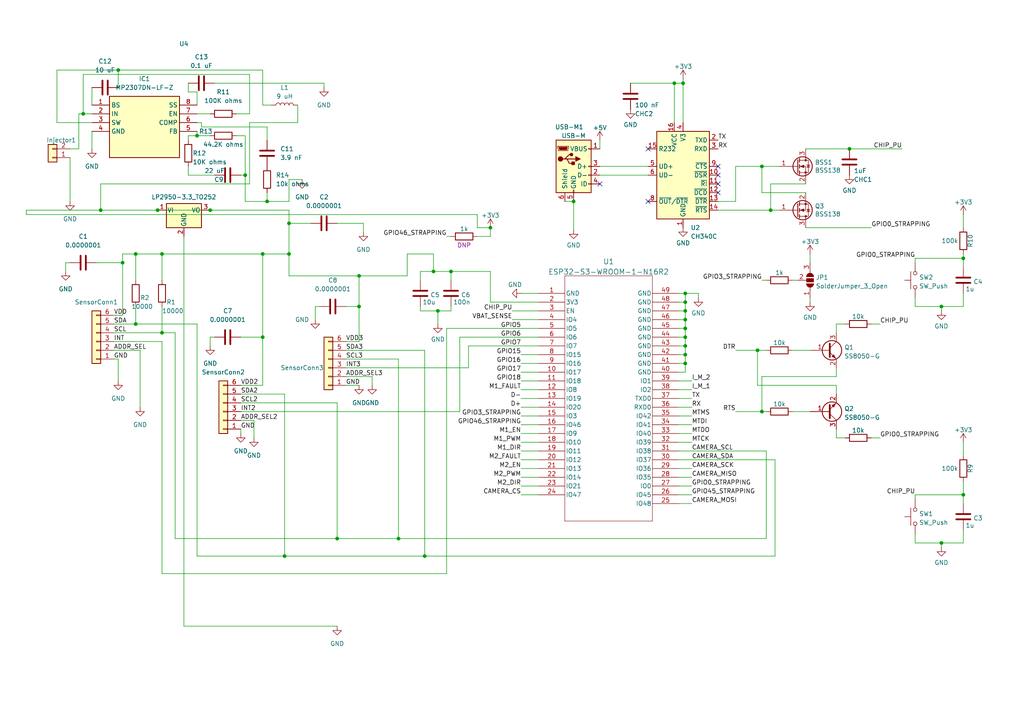
<source format=kicad_sch>
(kicad_sch (version 20230121) (generator eeschema)
  (paper "A4")
  (lib_symbols
    (symbol "Connector:USB_B_Micro" (pin_names (offset 1.016))
      (property "Reference" "J" (at -5.08 11.43 0))
      (property "Value" "USB_B_Micro" (at -5.08 8.89 0))
      (symbol "USB_B_Micro_1_1"
        (pin power_out line (at 7.62 5.08 180) (length 2.54) (name "VBUS") (number "1"))
        (pin bidirectional line (at 7.62 -2.54 180) (length 2.54) (name "D-") (number "2"))
        (pin bidirectional line (at 7.62 0 180) (length 2.54) (name "D+") (number "3"))
        (pin passive line (at 7.62 -5.08 180) (length 2.54) (name "ID") (number "4"))
        (pin power_out line (at 0 -10.16 90) (length 2.54) (name "GND") (number "5"))
        (pin passive line (at -2.54 -10.16 90) (length 2.54) (name "Shield") (number "6"))
      )
    )
    (symbol "Connector_Generic:Conn_01x02" (pin_names (offset 1.016) hide)
      (property "Reference" "J" (at 0 2.54 0))
      (property "Value" "Conn_01x02" (at 0 -5.08 0))
      (symbol "Conn_01x02_1_1"
        (pin passive line (at -5.08 0 0) (length 3.81) (name "Pin_1") (number "1"))
        (pin passive line (at -5.08 -2.54 0) (length 3.81) (name "Pin_2") (number "2"))
      )
    )
    (symbol "Connector_Generic:Conn_01x06" (pin_names (offset 1.016) hide)
      (property "Reference" "J" (at 0 7.62 0))
      (property "Value" "Conn_01x06" (at 0 -10.16 0))
      (symbol "Conn_01x06_1_1"
        (pin passive line (at -5.08 5.08 0) (length 3.81) (name "Pin_1") (number "1"))
        (pin passive line (at -5.08 2.54 0) (length 3.81) (name "Pin_2") (number "2"))
        (pin passive line (at -5.08 0 0) (length 3.81) (name "Pin_3") (number "3"))
        (pin passive line (at -5.08 -2.54 0) (length 3.81) (name "Pin_4") (number "4"))
        (pin passive line (at -5.08 -5.08 0) (length 3.81) (name "Pin_5") (number "5"))
        (pin passive line (at -5.08 -7.62 0) (length 3.81) (name "Pin_6") (number "6"))
      )
    )
    (symbol "Device:C" (pin_numbers hide) (pin_names (offset 0.254))
      (property "Reference" "C" (at 0.635 2.54 0))
      (property "Value" "C" (at 0.635 -2.54 0))
      (symbol "C_1_1"
        (pin passive line (at 0 3.81 270) (length 2.794) (name "~") (number "1"))
        (pin passive line (at 0 -3.81 90) (length 2.794) (name "~") (number "2"))
      )
    )
    (symbol "Device:L" (pin_numbers hide) (pin_names (offset 1.016) hide)
      (property "Reference" "L" (at -1.27 0 90))
      (property "Value" "L" (at 1.905 0 90))
      (symbol "L_1_1"
        (pin passive line (at 0 3.81 270) (length 1.27) (name "1") (number "1"))
        (pin passive line (at 0 -3.81 90) (length 1.27) (name "2") (number "2"))
      )
    )
    (symbol "Device:Q_NPN_BEC" (pin_names (offset 0) hide)
      (property "Reference" "Q" (at 5.08 1.27 0))
      (property "Value" "Q_NPN_BEC" (at 5.08 -1.27 0))
      (symbol "Q_NPN_BEC_1_1"
        (pin input line (at -5.08 0 0) (length 5.715) (name "B") (number "1"))
        (pin passive line (at 2.54 -5.08 90) (length 2.54) (name "E") (number "2"))
        (pin passive line (at 2.54 5.08 270) (length 2.54) (name "C") (number "3"))
      )
    )
    (symbol "Device:R" (pin_numbers hide) (pin_names (offset 0))
      (property "Reference" "R" (at 2.032 0 90))
      (property "Value" "R" (at 0 0 90))
      (symbol "R_1_1"
        (pin passive line (at 0 3.81 270) (length 1.27) (name "~") (number "1"))
        (pin passive line (at 0 -3.81 90) (length 1.27) (name "~") (number "2"))
      )
    )
    (symbol "Interface_USB:CH340C"
      (property "Reference" "U" (at -5.08 13.97 0))
      (property "Value" "CH340C" (at 1.27 13.97 0))
      (symbol "CH340C_1_1"
        (pin power_in line (at 0 -15.24 90) (length 2.54) (name "GND") (number "1"))
        (pin input line (at 10.16 0 180) (length 2.54) (name "~{DSR}") (number "10"))
        (pin input line (at 10.16 -2.54 180) (length 2.54) (name "~{RI}") (number "11"))
        (pin input line (at 10.16 -5.08 180) (length 2.54) (name "~{DCD}") (number "12"))
        (pin output line (at 10.16 -7.62 180) (length 2.54) (name "~{DTR}") (number "13"))
        (pin output line (at 10.16 -10.16 180) (length 2.54) (name "~{RTS}") (number "14"))
        (pin input line (at -10.16 7.62 0) (length 2.54) (name "R232") (number "15"))
        (pin power_in line (at -2.54 15.24 270) (length 2.54) (name "VCC") (number "16"))
        (pin output line (at 10.16 10.16 180) (length 2.54) (name "TXD") (number "2"))
        (pin input line (at 10.16 7.62 180) (length 2.54) (name "RXD") (number "3"))
        (pin power_out line (at 0 15.24 270) (length 2.54) (name "V3") (number "4"))
        (pin bidirectional line (at -10.16 2.54 0) (length 2.54) (name "UD+") (number "5"))
        (pin bidirectional line (at -10.16 0 0) (length 2.54) (name "UD-") (number "6"))
        (pin no_connect line (at -7.62 -5.08 0) (length 2.54) hide (name "NC") (number "7"))
        (pin output line (at -10.16 -7.62 0) (length 2.54) (name "~{OUT}/~{DTR}") (number "8"))
        (pin input line (at 10.16 2.54 180) (length 2.54) (name "~{CTS}") (number "9"))
      )
    )
    (symbol "Jumper:SolderJumper_3_Open" (pin_names (offset 0) hide)
      (property "Reference" "JP" (at -2.54 -2.54 0))
      (property "Value" "SolderJumper_3_Open" (at 0 2.794 0))
      (symbol "SolderJumper_3_Open_1_1"
        (pin passive line (at -5.08 0 0) (length 2.54) (name "A") (number "1"))
        (pin passive line (at 0 -3.81 90) (length 2.54) (name "C") (number "2"))
        (pin passive line (at 5.08 0 180) (length 2.54) (name "B") (number "3"))
      )
    )
    (symbol "MP2307DN-LF-Z:MP2307DN-LF-Z"
      (property "Reference" "IC1" (at 15.24 7.62 0))
      (property "Value" "MP2307DN-LF-Z" (at 15.24 5.08 0))
      (symbol "MP2307DN-LF-Z_1_1"
        (pin passive line (at 0 0 0) (length 5.08) (name "BS") (number "1"))
        (pin passive line (at 0 -2.54 0) (length 5.08) (name "IN") (number "2"))
        (pin passive line (at 0 -5.08 0) (length 5.08) (name "SW") (number "3"))
        (pin passive line (at 0 -7.62 0) (length 5.08) (name "GND") (number "4"))
        (pin passive line (at 30.48 -7.62 180) (length 5.08) (name "FB") (number "5"))
        (pin passive line (at 30.48 -5.08 180) (length 5.08) (name "COMP") (number "6"))
        (pin passive line (at 30.48 -2.54 180) (length 5.08) (name "EN") (number "7"))
        (pin passive line (at 30.48 0 180) (length 5.08) (name "SS") (number "8"))
      )
    )
    (symbol "Regulator_Linear:LP2950-3.3_TO252" (pin_names (offset 0.254))
      (property "Reference" "U" (at -3.81 3.175 0))
      (property "Value" "LP2950-3.3_TO252" (at 0 3.175 0))
      (symbol "LP2950-3.3_TO252_1_1"
        (pin power_in line (at -7.62 0 0) (length 2.54) (name "VI") (number "1"))
        (pin power_in line (at 0 -7.62 90) (length 2.54) (name "GND") (number "2"))
        (pin power_out line (at 7.62 0 180) (length 2.54) (name "VO") (number "3"))
      )
    )
    (symbol "Switch:SW_Push" (pin_numbers hide) (pin_names (offset 1.016) hide)
      (property "Reference" "SW" (at 1.27 2.54 0))
      (property "Value" "SW_Push" (at 0 -1.524 0))
      (symbol "SW_Push_0_1"
        (pin passive line (at -5.08 0 0) (length 2.54) (name "1") (number "1"))
        (pin passive line (at 5.08 0 180) (length 2.54) (name "2") (number "2"))
      )
    )
    (symbol "Transistor_FET:BSS138" (pin_names hide)
      (property "Reference" "Q" (at 5.08 1.905 0))
      (property "Value" "BSS138" (at 5.08 0 0))
      (symbol "BSS138_1_1"
        (pin input line (at -5.08 0 0) (length 2.54) (name "G") (number "1"))
        (pin passive line (at 2.54 -5.08 90) (length 2.54) (name "S") (number "2"))
        (pin passive line (at 2.54 5.08 270) (length 2.54) (name "D") (number "3"))
      )
    )
    (symbol "basic:C" (pin_numbers hide) (pin_names (offset 0.254))
      (property "Reference" "C" (at 0.635 2.54 0))
      (symbol "C_1_1"
        (pin passive line (at 0 3.81 270) (length 2.794) (name "~") (number "1"))
        (pin passive line (at 0 -3.81 90) (length 2.794) (name "~") (number "2"))
      )
    )
    (symbol "basic:R" (pin_numbers hide) (pin_names (offset 0))
      (property "Value" "R" (at 0 0 90))
      (symbol "R_1_1"
        (pin passive line (at 0 3.81 270) (length 1.27) (name "~") (number "1"))
        (pin passive line (at 0 -3.81 90) (length 1.27) (name "~") (number "2"))
      )
    )
    (symbol "local_symbols:ESP32-S3-WROOM-1-N16R2" (pin_names (offset 0.254))
      (property "Reference" "U" (at 20.32 10.16 0))
      (property "Value" "ESP32-S3-WROOM-1-N16R2" (at 20.32 7.62 0))
      (symbol "ESP32-S3-WROOM-1-N16R2_0_1"
        (pin power_out line (at 0 0 0) (length 7.62) (name "GND") (number "1"))
        (pin bidirectional line (at 0 -22.86 0) (length 7.62) (name "IO17") (number "10"))
        (pin bidirectional line (at 0 -25.4 0) (length 7.62) (name "IO18") (number "11"))
        (pin bidirectional line (at 0 -27.94 0) (length 7.62) (name "IO8") (number "12"))
        (pin bidirectional line (at 0 -30.48 0) (length 7.62) (name "IO19") (number "13"))
        (pin bidirectional line (at 0 -33.02 0) (length 7.62) (name "IO20") (number "14"))
        (pin bidirectional line (at 0 -35.56 0) (length 7.62) (name "IO3") (number "15"))
        (pin bidirectional line (at 0 -38.1 0) (length 7.62) (name "IO46") (number "16"))
        (pin bidirectional line (at 0 -40.64 0) (length 7.62) (name "IO9") (number "17"))
        (pin bidirectional line (at 0 -43.18 0) (length 7.62) (name "IO10") (number "18"))
        (pin bidirectional line (at 0 -45.72 0) (length 7.62) (name "IO11") (number "19"))
        (pin power_in line (at 0 -2.54 0) (length 7.62) (name "3V3") (number "2"))
        (pin bidirectional line (at 0 -48.26 0) (length 7.62) (name "IO12") (number "20"))
        (pin bidirectional line (at 0 -50.8 0) (length 7.62) (name "IO13") (number "21"))
        (pin bidirectional line (at 0 -53.34 0) (length 7.62) (name "IO14") (number "22"))
        (pin bidirectional line (at 0 -55.88 0) (length 7.62) (name "IO21") (number "23"))
        (pin bidirectional line (at 0 -58.42 0) (length 7.62) (name "IO47") (number "24"))
        (pin bidirectional line (at 40.64 -60.96 180) (length 7.62) (name "IO48") (number "25"))
        (pin bidirectional line (at 40.64 -58.42 180) (length 7.62) (name "IO45") (number "26"))
        (pin bidirectional line (at 40.64 -55.88 180) (length 7.62) (name "IO0") (number "27"))
        (pin bidirectional line (at 40.64 -53.34 180) (length 7.62) (name "IO35") (number "28"))
        (pin bidirectional line (at 40.64 -50.8 180) (length 7.62) (name "IO36") (number "29"))
        (pin input line (at 0 -5.08 0) (length 7.62) (name "EN") (number "3"))
        (pin bidirectional line (at 40.64 -48.26 180) (length 7.62) (name "IO37") (number "30"))
        (pin bidirectional line (at 40.64 -45.72 180) (length 7.62) (name "IO38") (number "31"))
        (pin bidirectional line (at 40.64 -43.18 180) (length 7.62) (name "IO39") (number "32"))
        (pin bidirectional line (at 40.64 -40.64 180) (length 7.62) (name "IO40") (number "33"))
        (pin bidirectional line (at 40.64 -38.1 180) (length 7.62) (name "IO41") (number "34"))
        (pin bidirectional line (at 40.64 -35.56 180) (length 7.62) (name "IO42") (number "35"))
        (pin bidirectional line (at 40.64 -33.02 180) (length 7.62) (name "RXD0") (number "36"))
        (pin bidirectional line (at 40.64 -30.48 180) (length 7.62) (name "TXD0") (number "37"))
        (pin bidirectional line (at 40.64 -27.94 180) (length 7.62) (name "IO2") (number "38"))
        (pin bidirectional line (at 40.64 -25.4 180) (length 7.62) (name "IO1") (number "39"))
        (pin bidirectional line (at 0 -7.62 0) (length 7.62) (name "IO4") (number "4"))
        (pin power_out line (at 40.64 -22.86 180) (length 7.62) (name "GND") (number "40"))
        (pin power_out line (at 40.64 -20.32 180) (length 7.62) (name "GND") (number "41"))
        (pin power_out line (at 40.64 -17.78 180) (length 7.62) (name "GND") (number "42"))
        (pin power_out line (at 40.64 -15.24 180) (length 7.62) (name "GND") (number "43"))
        (pin power_out line (at 40.64 -12.7 180) (length 7.62) (name "GND") (number "44"))
        (pin power_out line (at 40.64 -10.16 180) (length 7.62) (name "GND") (number "45"))
        (pin power_out line (at 40.64 -7.62 180) (length 7.62) (name "GND") (number "46"))
        (pin power_out line (at 40.64 -5.08 180) (length 7.62) (name "GND") (number "47"))
        (pin power_out line (at 40.64 -2.54 180) (length 7.62) (name "GND") (number "48"))
        (pin power_out line (at 40.64 0 180) (length 7.62) (name "GND") (number "49"))
        (pin bidirectional line (at 0 -10.16 0) (length 7.62) (name "IO5") (number "5"))
        (pin bidirectional line (at 0 -12.7 0) (length 7.62) (name "IO6") (number "6"))
        (pin bidirectional line (at 0 -15.24 0) (length 7.62) (name "IO7") (number "7"))
        (pin bidirectional line (at 0 -17.78 0) (length 7.62) (name "IO15") (number "8"))
        (pin bidirectional line (at 0 -20.32 0) (length 7.62) (name "IO16") (number "9"))
      )
    )
    (symbol "power:+3V3" (power) (pin_names (offset 0))
      (property "Value" "+3V3" (at 0 3.556 0))
      (symbol "+3V3_1_1"
        (pin power_in line (at 0 0 90) (length 0) hide (name "+3V3") (number "1"))
      )
    )
    (symbol "power:+5V" (power) (pin_names (offset 0))
      (property "Value" "+5V" (at 0 3.556 0))
      (symbol "+5V_1_1"
        (pin power_in line (at 0 0 90) (length 0) hide (name "+5V") (number "1"))
      )
    )
    (symbol "power:GND" (power) (pin_names (offset 0))
      (property "Value" "GND" (at 0 -3.81 0))
      (symbol "GND_1_1"
        (pin power_in line (at 0 0 270) (length 0) hide (name "GND") (number "1"))
      )
    )
  )
  (junction (at 82.55 161.29))
  (junction (at 46.99 96.52))
  (junction (at 97.79 156.21))
  (junction (at 34.29 20.32))
  (junction (at 279.4 143.51))
  (junction (at 115.57 156.21))
  (junction (at 29.21 60.96))
  (junction (at 45.72 60.96))
  (junction (at 279.4 74.93))
  (junction (at 198.755 92.71))
  (junction (at 127 90.17))
  (junction (at 195.58 24.13))
  (junction (at 104.14 80.01))
  (junction (at 83.82 73.66))
  (junction (at 77.47 58.42))
  (junction (at 46.99 73.66))
  (junction (at 76.2 73.66))
  (junction (at 125.73 78.74))
  (junction (at 198.755 97.79))
  (junction (at 104.14 88.9))
  (junction (at 60.96 60.96))
  (junction (at 198.755 100.33))
  (junction (at 57.15 39.37))
  (junction (at 273.05 157.48))
  (junction (at 198.755 95.25))
  (junction (at 198.755 87.63))
  (junction (at 198.755 105.41))
  (junction (at 142.24 66.04))
  (junction (at 35.56 76.2))
  (junction (at 246.38 43.18))
  (junction (at 220.98 119.38))
  (junction (at 83.82 64.77))
  (junction (at 39.37 93.98))
  (junction (at 130.81 78.74))
  (junction (at 123.19 161.29))
  (junction (at 220.98 48.26))
  (junction (at 223.52 60.96))
  (junction (at 198.755 90.17))
  (junction (at 198.12 24.13))
  (junction (at 219.71 101.6))
  (junction (at 39.37 73.66))
  (junction (at 24.13 33.02))
  (junction (at 273.05 88.9))
  (junction (at 76.2 97.79))
  (junction (at 198.755 102.87))
  (junction (at 166.37 58.42))
  (junction (at 198.755 85.09))
  (junction (at 71.12 50.8))
  (no_connect (at 187.96 58.42))
  (no_connect (at 208.28 53.34))
  (no_connect (at 187.96 43.18))
  (no_connect (at 173.99 53.34))
  (no_connect (at 208.28 50.8))
  (no_connect (at 208.28 55.88))
  (no_connect (at 208.28 48.26))
  (wire (pts (xy 26.67 35.56) (xy 16.51 35.56)))
  (wire (pts (xy 82.55 161.29) (xy 123.19 161.29)))
  (wire (pts (xy 22.86 33.02) (xy 24.13 33.02)))
  (wire (pts (xy 26.67 25.4) (xy 26.67 30.48)))
  (wire (pts (xy 33.02 101.6) (xy 40.64 101.6)))
  (wire (pts (xy 7.62 62.23) (xy 7.62 60.96)))
  (wire (pts (xy 50.8 96.52) (xy 50.8 156.21)))
  (wire (pts (xy 198.755 97.79) (xy 198.755 95.25)))
  (wire (pts (xy 83.82 58.42) (xy 83.82 52.07)))
  (wire (pts (xy 265.43 143.51) (xy 279.4 143.51)))
  (wire (pts (xy 121.92 78.74) (xy 125.73 78.74)))
  (wire (pts (xy 196.85 138.43) (xy 200.66 138.43)))
  (wire (pts (xy 100.33 101.6) (xy 123.19 101.6)))
  (wire (pts (xy 16.51 35.56) (xy 16.51 20.32)))
  (wire (pts (xy 198.12 24.13) (xy 198.12 35.56)))
  (wire (pts (xy 72.39 35.56) (xy 72.39 53.34)))
  (wire (pts (xy 279.4 85.09) (xy 279.4 88.9)))
  (wire (pts (xy 138.43 68.58) (xy 142.24 68.58)))
  (wire (pts (xy 16.51 20.32) (xy 34.29 20.32)))
  (wire (pts (xy 213.36 119.38) (xy 220.98 119.38)))
  (wire (pts (xy 220.98 48.26) (xy 226.06 48.26)))
  (wire (pts (xy 195.58 24.13) (xy 195.58 35.56)))
  (wire (pts (xy 121.92 90.17) (xy 127 90.17)))
  (wire (pts (xy 151.13 102.87) (xy 156.21 102.87)))
  (wire (pts (xy 57.15 93.98) (xy 57.15 161.29)))
  (wire (pts (xy 202.565 86.36) (xy 202.565 85.09)))
  (wire (pts (xy 242.57 124.46) (xy 242.57 127)))
  (wire (pts (xy 76.2 30.48) (xy 78.74 30.48)))
  (wire (pts (xy 39.37 73.66) (xy 39.37 81.28)))
  (wire (pts (xy 69.85 124.46) (xy 69.85 125.73)))
  (wire (pts (xy 62.23 97.79) (xy 60.96 97.79)))
  (wire (pts (xy 213.36 101.6) (xy 219.71 101.6)))
  (wire (pts (xy 196.85 146.05) (xy 200.66 146.05)))
  (wire (pts (xy 57.15 38.1) (xy 57.15 39.37)))
  (wire (pts (xy 234.95 86.36) (xy 234.95 87.63)))
  (wire (pts (xy 83.82 64.77) (xy 83.82 73.66)))
  (wire (pts (xy 29.21 53.34) (xy 72.39 53.34)))
  (wire (pts (xy 196.85 118.11) (xy 200.66 118.11)))
  (wire (pts (xy 142.24 87.63) (xy 156.21 87.63)))
  (wire (pts (xy 123.19 161.29) (xy 224.79 161.29)))
  (wire (pts (xy 33.02 104.14) (xy 34.29 104.14)))
  (wire (pts (xy 222.25 156.21) (xy 222.25 130.81)))
  (wire (pts (xy 115.57 104.14) (xy 115.57 156.21)))
  (wire (pts (xy 76.2 73.66) (xy 83.82 73.66)))
  (wire (pts (xy 46.99 166.37) (xy 46.99 99.06)))
  (wire (pts (xy 151.13 118.11) (xy 156.21 118.11)))
  (wire (pts (xy 69.85 97.79) (xy 76.2 97.79)))
  (wire (pts (xy 125.73 73.66) (xy 125.73 78.74)))
  (wire (pts (xy 86.36 30.48) (xy 86.36 35.56)))
  (wire (pts (xy 100.33 104.14) (xy 115.57 104.14)))
  (wire (pts (xy 54.61 39.37) (xy 54.61 40.64)))
  (wire (pts (xy 20.32 76.2) (xy 19.05 76.2)))
  (wire (pts (xy 196.85 135.89) (xy 200.66 135.89)))
  (wire (pts (xy 34.29 20.32) (xy 34.29 25.4)))
  (wire (pts (xy 196.85 123.19) (xy 200.66 123.19)))
  (wire (pts (xy 242.57 93.98) (xy 242.57 96.52)))
  (wire (pts (xy 60.96 60.96) (xy 83.82 60.96)))
  (wire (pts (xy 279.4 143.51) (xy 279.4 146.05)))
  (wire (pts (xy 279.4 128.27) (xy 279.4 132.08)))
  (wire (pts (xy 24.13 21.59) (xy 24.13 33.02)))
  (wire (pts (xy 265.43 157.48) (xy 273.05 157.48)))
  (wire (pts (xy 151.13 130.81) (xy 156.21 130.81)))
  (wire (pts (xy 198.755 102.87) (xy 198.755 100.33)))
  (wire (pts (xy 220.98 119.38) (xy 222.25 119.38)))
  (wire (pts (xy 130.81 78.74) (xy 130.81 81.28)))
  (wire (pts (xy 151.13 140.97) (xy 156.21 140.97)))
  (wire (pts (xy 148.59 90.17) (xy 156.21 90.17)))
  (wire (pts (xy 104.14 88.9) (xy 104.14 99.06)))
  (wire (pts (xy 35.56 91.44) (xy 35.56 76.2)))
  (wire (pts (xy 138.43 66.04) (xy 142.24 66.04)))
  (wire (pts (xy 118.11 80.01) (xy 118.11 73.66)))
  (wire (pts (xy 34.29 20.32) (xy 76.2 20.32)))
  (wire (pts (xy 142.24 66.04) (xy 142.24 68.58)))
  (wire (pts (xy 33.02 93.98) (xy 39.37 93.98)))
  (wire (pts (xy 173.99 40.64) (xy 173.99 43.18)))
  (wire (pts (xy 115.57 156.21) (xy 222.25 156.21)))
  (wire (pts (xy 265.43 144.78) (xy 265.43 143.51)))
  (wire (pts (xy 129.54 68.58) (xy 130.81 68.58)))
  (wire (pts (xy 151.13 123.19) (xy 156.21 123.19)))
  (wire (pts (xy 50.8 156.21) (xy 97.79 156.21)))
  (wire (pts (xy 130.81 88.9) (xy 130.81 90.17)))
  (wire (pts (xy 26.67 38.1) (xy 26.67 43.18)))
  (wire (pts (xy 166.37 58.42) (xy 166.37 66.675)))
  (wire (pts (xy 62.23 24.13) (xy 93.98 24.13)))
  (wire (pts (xy 151.13 128.27) (xy 156.21 128.27)))
  (wire (pts (xy 273.05 88.9) (xy 273.05 90.17)))
  (wire (pts (xy 93.98 24.13) (xy 93.98 25.4)))
  (wire (pts (xy 76.2 20.32) (xy 76.2 30.48)))
  (wire (pts (xy 151.13 135.89) (xy 156.21 135.89)))
  (wire (pts (xy 279.4 88.9) (xy 273.05 88.9)))
  (wire (pts (xy 58.42 36.83) (xy 77.47 36.83)))
  (wire (pts (xy 22.86 43.18) (xy 22.86 33.02)))
  (wire (pts (xy 229.87 81.28) (xy 231.14 81.28)))
  (wire (pts (xy 54.61 39.37) (xy 57.15 39.37)))
  (wire (pts (xy 224.79 161.29) (xy 224.79 133.35)))
  (wire (pts (xy 57.15 30.48) (xy 57.15 26.67)))
  (wire (pts (xy 45.72 60.96) (xy 60.96 60.96)))
  (wire (pts (xy 20.32 45.72) (xy 20.32 58.42)))
  (wire (pts (xy 279.4 157.48) (xy 273.05 157.48)))
  (wire (pts (xy 133.35 119.38) (xy 133.35 97.79)))
  (wire (pts (xy 265.43 88.9) (xy 273.05 88.9)))
  (wire (pts (xy 252.73 93.98) (xy 255.27 93.98)))
  (wire (pts (xy 198.12 24.13) (xy 195.58 24.13)))
  (wire (pts (xy 151.13 105.41) (xy 156.21 105.41)))
  (wire (pts (xy 220.98 109.22) (xy 220.98 119.38)))
  (wire (pts (xy 118.11 73.66) (xy 125.73 73.66)))
  (wire (pts (xy 107.95 109.22) (xy 107.95 111.76)))
  (wire (pts (xy 71.12 39.37) (xy 71.12 50.8)))
  (wire (pts (xy 196.85 110.49) (xy 200.66 110.49)))
  (wire (pts (xy 196.85 97.79) (xy 198.755 97.79)))
  (wire (pts (xy 233.68 66.04) (xy 252.73 66.04)))
  (wire (pts (xy 57.15 161.29) (xy 82.55 161.29)))
  (wire (pts (xy 273.05 157.48) (xy 273.05 158.75)))
  (wire (pts (xy 196.85 107.95) (xy 198.755 107.95)))
  (wire (pts (xy 100.33 109.22) (xy 107.95 109.22)))
  (wire (pts (xy 198.12 22.86) (xy 198.12 24.13)))
  (wire (pts (xy 196.85 120.65) (xy 200.66 120.65)))
  (wire (pts (xy 35.56 73.66) (xy 39.37 73.66)))
  (wire (pts (xy 69.85 121.92) (xy 73.66 121.92)))
  (wire (pts (xy 220.98 55.88) (xy 220.98 48.26)))
  (wire (pts (xy 60.96 97.79) (xy 60.96 100.33)))
  (wire (pts (xy 208.28 60.96) (xy 223.52 60.96)))
  (wire (pts (xy 19.05 76.2) (xy 19.05 78.74)))
  (wire (pts (xy 196.85 90.17) (xy 198.755 90.17)))
  (wire (pts (xy 151.13 85.09) (xy 156.21 85.09)))
  (wire (pts (xy 138.43 62.23) (xy 138.43 66.04)))
  (wire (pts (xy 24.13 21.59) (xy 72.39 21.59)))
  (wire (pts (xy 77.47 58.42) (xy 83.82 58.42)))
  (wire (pts (xy 151.13 115.57) (xy 156.21 115.57)))
  (wire (pts (xy 223.52 60.96) (xy 223.52 53.34)))
  (wire (pts (xy 213.36 58.42) (xy 213.36 48.26)))
  (wire (pts (xy 97.79 156.21) (xy 115.57 156.21)))
  (wire (pts (xy 76.2 73.66) (xy 76.2 97.79)))
  (wire (pts (xy 71.12 50.8) (xy 71.12 58.42)))
  (wire (pts (xy 151.13 113.03) (xy 156.21 113.03)))
  (wire (pts (xy 229.87 119.38) (xy 234.95 119.38)))
  (wire (pts (xy 7.62 62.23) (xy 138.43 62.23)))
  (wire (pts (xy 57.15 33.02) (xy 60.96 33.02)))
  (wire (pts (xy 53.34 181.61) (xy 97.79 181.61)))
  (wire (pts (xy 133.35 97.79) (xy 156.21 97.79)))
  (wire (pts (xy 198.755 85.09) (xy 198.755 87.63)))
  (wire (pts (xy 27.94 76.2) (xy 35.56 76.2)))
  (wire (pts (xy 173.99 50.8) (xy 187.96 50.8)))
  (wire (pts (xy 83.82 64.77) (xy 83.82 60.96)))
  (wire (pts (xy 265.43 86.36) (xy 265.43 88.9)))
  (wire (pts (xy 24.13 33.02) (xy 26.67 33.02)))
  (wire (pts (xy 104.14 80.01) (xy 118.11 80.01)))
  (wire (pts (xy 196.85 140.97) (xy 200.66 140.97)))
  (wire (pts (xy 279.4 74.93) (xy 279.4 77.47)))
  (wire (pts (xy 129.54 95.25) (xy 156.21 95.25)))
  (wire (pts (xy 127 90.17) (xy 127 93.98)))
  (wire (pts (xy 91.44 88.9) (xy 91.44 92.71)))
  (wire (pts (xy 196.85 102.87) (xy 198.755 102.87)))
  (wire (pts (xy 39.37 93.98) (xy 57.15 93.98)))
  (wire (pts (xy 123.19 101.6) (xy 123.19 161.29)))
  (wire (pts (xy 196.85 125.73) (xy 200.66 125.73)))
  (wire (pts (xy 77.47 36.83) (xy 77.47 40.64)))
  (wire (pts (xy 196.85 100.33) (xy 198.755 100.33)))
  (wire (pts (xy 35.56 76.2) (xy 35.56 73.66)))
  (wire (pts (xy 242.57 109.22) (xy 220.98 109.22)))
  (wire (pts (xy 29.21 53.34) (xy 29.21 60.96)))
  (wire (pts (xy 33.02 96.52) (xy 46.99 96.52)))
  (wire (pts (xy 219.71 101.6) (xy 222.25 101.6)))
  (wire (pts (xy 198.755 92.71) (xy 198.755 90.17)))
  (wire (pts (xy 46.99 73.66) (xy 46.99 81.28)))
  (wire (pts (xy 77.47 55.88) (xy 77.47 58.42)))
  (wire (pts (xy 92.71 88.9) (xy 91.44 88.9)))
  (wire (pts (xy 151.13 138.43) (xy 156.21 138.43)))
  (wire (pts (xy 46.99 96.52) (xy 50.8 96.52)))
  (wire (pts (xy 72.39 33.02) (xy 72.39 21.59)))
  (wire (pts (xy 97.79 64.77) (xy 105.41 64.77)))
  (wire (pts (xy 198.755 107.95) (xy 198.755 105.41)))
  (wire (pts (xy 69.85 116.84) (xy 97.79 116.84)))
  (wire (pts (xy 29.21 60.96) (xy 45.72 60.96)))
  (wire (pts (xy 208.28 58.42) (xy 213.36 58.42)))
  (wire (pts (xy 73.66 121.92) (xy 73.66 127)))
  (wire (pts (xy 196.85 128.27) (xy 200.66 128.27)))
  (wire (pts (xy 105.41 64.77) (xy 105.41 67.31)))
  (wire (pts (xy 130.81 78.74) (xy 142.24 78.74)))
  (wire (pts (xy 279.4 62.23) (xy 279.4 66.04)))
  (wire (pts (xy 223.52 53.34) (xy 233.68 53.34)))
  (wire (pts (xy 46.99 166.37) (xy 129.54 166.37)))
  (wire (pts (xy 279.4 153.67) (xy 279.4 157.48)))
  (wire (pts (xy 151.13 107.95) (xy 156.21 107.95)))
  (wire (pts (xy 39.37 88.9) (xy 39.37 93.98)))
  (wire (pts (xy 100.33 99.06) (xy 104.14 99.06)))
  (wire (pts (xy 46.99 88.9) (xy 46.99 96.52)))
  (wire (pts (xy 69.85 119.38) (xy 133.35 119.38)))
  (wire (pts (xy 53.34 68.58) (xy 53.34 181.61)))
  (wire (pts (xy 229.87 101.6) (xy 234.95 101.6)))
  (wire (pts (xy 142.24 78.74) (xy 142.24 87.63)))
  (wire (pts (xy 245.11 93.98) (xy 242.57 93.98)))
  (wire (pts (xy 196.85 105.41) (xy 198.755 105.41)))
  (wire (pts (xy 104.14 80.01) (xy 104.14 88.9)))
  (wire (pts (xy 242.57 127) (xy 245.11 127)))
  (wire (pts (xy 196.85 85.09) (xy 198.755 85.09)))
  (wire (pts (xy 265.43 154.94) (xy 265.43 157.48)))
  (wire (pts (xy 97.79 116.84) (xy 97.79 156.21)))
  (wire (pts (xy 279.4 73.66) (xy 279.4 74.93)))
  (wire (pts (xy 20.32 43.18) (xy 22.86 43.18)))
  (wire (pts (xy 68.58 33.02) (xy 72.39 33.02)))
  (wire (pts (xy 223.52 60.96) (xy 226.06 60.96)))
  (wire (pts (xy 100.33 111.76) (xy 104.14 111.76)))
  (wire (pts (xy 242.57 106.68) (xy 242.57 109.22)))
  (wire (pts (xy 213.36 48.26) (xy 220.98 48.26)))
  (wire (pts (xy 196.85 92.71) (xy 198.755 92.71)))
  (wire (pts (xy 58.42 35.56) (xy 58.42 36.83)))
  (wire (pts (xy 220.98 81.28) (xy 222.25 81.28)))
  (wire (pts (xy 246.38 43.18) (xy 261.62 43.18)))
  (wire (pts (xy 127 90.17) (xy 130.81 90.17)))
  (wire (pts (xy 151.13 120.65) (xy 156.21 120.65)))
  (wire (pts (xy 100.33 106.68) (xy 135.89 106.68)))
  (wire (pts (xy 83.82 52.07) (xy 87.63 52.07)))
  (wire (pts (xy 100.33 88.9) (xy 104.14 88.9)))
  (wire (pts (xy 196.85 130.81) (xy 222.25 130.81)))
  (wire (pts (xy 40.64 101.6) (xy 40.64 118.11)))
  (wire (pts (xy 163.83 58.42) (xy 166.37 58.42)))
  (wire (pts (xy 196.85 133.35) (xy 224.79 133.35)))
  (wire (pts (xy 198.755 85.09) (xy 202.565 85.09)))
  (wire (pts (xy 279.4 139.7) (xy 279.4 143.51)))
  (wire (pts (xy 198.755 100.33) (xy 198.755 97.79)))
  (wire (pts (xy 71.12 50.8) (xy 69.85 50.8)))
  (wire (pts (xy 148.59 92.71) (xy 156.21 92.71)))
  (wire (pts (xy 83.82 80.01) (xy 104.14 80.01)))
  (wire (pts (xy 196.85 113.03) (xy 200.66 113.03)))
  (wire (pts (xy 69.85 114.3) (xy 82.55 114.3)))
  (wire (pts (xy 7.62 60.96) (xy 29.21 60.96)))
  (wire (pts (xy 198.755 87.63) (xy 196.85 87.63)))
  (wire (pts (xy 252.73 127) (xy 255.27 127)))
  (wire (pts (xy 83.82 64.77) (xy 90.17 64.77)))
  (wire (pts (xy 233.68 55.88) (xy 220.98 55.88)))
  (wire (pts (xy 46.99 99.06) (xy 33.02 99.06)))
  (wire (pts (xy 57.15 26.67) (xy 54.61 26.67)))
  (wire (pts (xy 135.89 106.68) (xy 135.89 100.33)))
  (wire (pts (xy 69.85 111.76) (xy 76.2 111.76)))
  (wire (pts (xy 34.29 104.14) (xy 34.29 110.49)))
  (wire (pts (xy 198.755 105.41) (xy 198.755 102.87)))
  (wire (pts (xy 242.57 111.76) (xy 219.71 111.76)))
  (wire (pts (xy 135.89 100.33) (xy 156.21 100.33)))
  (wire (pts (xy 151.13 110.49) (xy 156.21 110.49)))
  (wire (pts (xy 121.92 88.9) (xy 121.92 90.17)))
  (wire (pts (xy 39.37 73.66) (xy 46.99 73.66)))
  (wire (pts (xy 121.92 81.28) (xy 121.92 78.74)))
  (wire (pts (xy 54.61 48.26) (xy 54.61 50.8)))
  (wire (pts (xy 86.36 35.56) (xy 72.39 35.56)))
  (wire (pts (xy 68.58 39.37) (xy 71.12 39.37)))
  (wire (pts (xy 219.71 111.76) (xy 219.71 101.6)))
  (wire (pts (xy 54.61 26.67) (xy 54.61 24.13)))
  (wire (pts (xy 265.43 74.93) (xy 279.4 74.93)))
  (wire (pts (xy 76.2 111.76) (xy 76.2 97.79)))
  (wire (pts (xy 57.15 35.56) (xy 58.42 35.56)))
  (wire (pts (xy 33.02 91.44) (xy 35.56 91.44)))
  (wire (pts (xy 198.755 90.17) (xy 198.755 87.63)))
  (wire (pts (xy 182.88 24.13) (xy 195.58 24.13)))
  (wire (pts (xy 151.13 125.73) (xy 156.21 125.73)))
  (wire (pts (xy 196.85 115.57) (xy 200.66 115.57)))
  (wire (pts (xy 46.99 73.66) (xy 76.2 73.66)))
  (wire (pts (xy 54.61 50.8) (xy 62.23 50.8)))
  (wire (pts (xy 233.68 43.18) (xy 246.38 43.18)))
  (wire (pts (xy 57.15 39.37) (xy 60.96 39.37)))
  (wire (pts (xy 83.82 73.66) (xy 83.82 80.01)))
  (wire (pts (xy 129.54 95.25) (xy 129.54 166.37)))
  (wire (pts (xy 82.55 114.3) (xy 82.55 161.29)))
  (wire (pts (xy 151.13 143.51) (xy 156.21 143.51)))
  (wire (pts (xy 196.85 143.51) (xy 200.66 143.51)))
  (wire (pts (xy 173.99 48.26) (xy 187.96 48.26)))
  (wire (pts (xy 151.13 133.35) (xy 156.21 133.35)))
  (wire (pts (xy 242.57 114.3) (xy 242.57 111.76)))
  (wire (pts (xy 125.73 78.74) (xy 130.81 78.74)))
  (wire (pts (xy 234.95 73.66) (xy 234.95 76.2)))
  (wire (pts (xy 198.755 95.25) (xy 198.755 92.71)))
  (wire (pts (xy 196.85 95.25) (xy 198.755 95.25)))
  (wire (pts (xy 265.43 76.2) (xy 265.43 74.93)))
  (wire (pts (xy 77.47 58.42) (xy 71.12 58.42)))
  (label "CHIP_PU" (at 261.62 43.18 180))
  (label "GPIO18" (at 151.13 110.49 180))
  (label "CHIP_PU" (at 265.43 143.51 180))
  (label "VDD2" (at 69.85 111.76 0))
  (label "CAMERA_SDA" (at 200.66 133.35 0))
  (label "RTS" (at 213.36 119.38 180))
  (label "GPIO46_STRAPPING" (at 129.54 68.58 180))
  (label "SCL3" (at 100.33 104.14 0))
  (label "GPIO0_STRAPPING" (at 252.73 66.04 0))
  (label "M2_DIR" (at 151.13 140.97 180))
  (label "MTMS" (at 200.66 120.65 0))
  (label "INT" (at 33.02 99.06 0))
  (label "ADDR_SEL3" (at 100.33 109.22 0))
  (label "GPIO45_STRAPPING" (at 200.66 143.51 0))
  (label "GND" (at 69.85 124.46 0))
  (label "DTR" (at 213.36 101.6 180))
  (label "ADDR_SEL" (at 33.02 101.6 0))
  (label "TX" (at 200.66 115.57 0))
  (label "GND" (at 100.33 111.76 0))
  (label "SDA2" (at 69.85 114.3 0))
  (label "ADDR_SEL2" (at 69.85 121.92 0))
  (label "SDA" (at 33.02 93.98 0))
  (label "M1_EN" (at 151.13 125.73 180))
  (label "TX" (at 208.28 40.64 0))
  (label "M2_FAULT" (at 151.13 133.35 180))
  (label "GPIO46_STRAPPING" (at 151.13 123.19 180))
  (label "CHIP_PU" (at 255.27 93.98 0))
  (label "CAMERA_SCL" (at 200.66 130.81 0))
  (label "SCL" (at 33.02 96.52 0))
  (label "D+" (at 151.13 118.11 180))
  (label "VDD" (at 33.02 91.44 0))
  (label "SCL2" (at 69.85 116.84 0))
  (label "GPIO16" (at 151.13 105.41 180))
  (label "CAMERA_MOSI" (at 200.66 146.05 0))
  (label "VBAT_SENSE" (at 148.59 92.71 180))
  (label "M1_DIR" (at 151.13 130.81 180))
  (label "GPIO15" (at 151.13 102.87 180))
  (label "I_M_1" (at 200.66 113.03 0))
  (label "MTDI" (at 200.66 123.19 0))
  (label "INT2" (at 69.85 119.38 0))
  (label "GPIO0_STRAPPING" (at 255.27 127 0))
  (label "GPIO3_STRAPPING" (at 151.13 120.65 180))
  (label "CAMERA_MISO" (at 200.66 138.43 0))
  (label "MTCK" (at 200.66 128.27 0))
  (label "M2_PWM" (at 151.13 138.43 180))
  (label "CAMERA_CS" (at 151.13 143.51 180))
  (label "GPIO17" (at 151.13 107.95 180))
  (label "RX" (at 208.28 43.18 0))
  (label "GPIO0_STRAPPING" (at 200.66 140.97 0))
  (label "MTDO" (at 200.66 125.73 0))
  (label "GPIO0_STRAPPING" (at 265.43 74.93 180))
  (label "CHIP_PU" (at 148.59 90.17 180))
  (label "INT3" (at 100.33 106.68 0))
  (label "M1_PWM" (at 151.13 128.27 180))
  (label "GPIO7" (at 151.13 100.33 180))
  (label "M2_EN" (at 151.13 135.89 180))
  (label "GPIO5" (at 151.13 95.25 180))
  (label "GPIO3_STRAPPING" (at 220.98 81.28 180))
  (label "RX" (at 200.66 118.11 0))
  (label "D-" (at 151.13 115.57 180))
  (label "VDD3" (at 100.33 99.06 0))
  (label "SDA3" (at 100.33 101.6 0))
  (label "GPIO6" (at 151.13 97.79 180))
  (label "I_M_2" (at 200.66 110.49 0))
  (label "GND" (at 33.02 104.14 0))
  (label "CAMERA_SCK" (at 200.66 135.89 0))
  (label "M1_FAULT" (at 151.13 113.03 180))
  (symbol (lib_id "basic:C") (at 130.81 85.09 0) (unit 1)
    (property "Reference" "C6" (at 133.731 85.5238 0) (effects (justify left)))
    (property "Value" "100n" (at 131.445 87.63 0) (effects (justify left)))
    (property "Footprint" "Capacitor_SMD:C_0805_2012Metric" (effects hide))
  )
  (symbol (lib_id "power:GND") (at 105.41 67.31 0) (unit 1)
    (property "Reference" "#PWR04" (effects hide))
    (property "Value" "GND" (at 105.41 72.39 0))
  )
  (symbol (lib_id "power:GND") (at 273.05 158.75 0) (unit 1)
    (property "Reference" "#PWR010" (effects hide))
    (property "Value" "GND" (at 273.05 163.1934 0))
  )
  (symbol (lib_id "power:GND") (at 273.05 90.17 0) (unit 1)
    (property "Reference" "#PWR011" (effects hide))
    (property "Value" "GND" (at 273.05 94.6134 0))
  )
  (symbol (lib_id "Transistor_FET:BSS138") (at 231.14 60.96 0) (mirror x) (unit 1)
    (property "Reference" "Q3" (at 236.3216 59.7916 0) (effects (justify left)))
    (property "Value" "BSS138" (at 236.3216 62.103 0) (effects (justify left)))
    (property "Footprint" "Package_TO_SOT_SMD:SOT-23" (effects hide))
    (property "Datasheet" "https://www.onsemi.com/pub/Collateral/BSS138-D.PDF" (effects hide))
  )
  (symbol (lib_id "Interface_USB:CH340C") (at 198.12 50.8 0) (unit 1)
    (property "Reference" "U2" (at 200.3141 66.04 0) (effects (justify left)))
    (property "Value" "CH340C" (at 200.3141 68.58 0) (effects (justify left)))
    (property "Footprint" "Package_SO:SOIC-16_3.9x9.9mm_P1.27mm" (effects hide))
    (property "Datasheet" "https://datasheet.lcsc.com/szlcsc/Jiangsu-Qin-Heng-CH340C_C84681.pdf" (effects hide))
  )
  (symbol (lib_id "power:+3V3") (at 198.12 22.86 0) (unit 1)
    (property "Reference" "#PWR020" (effects hide))
    (property "Value" "+3V3" (at 198.12 19.2842 0))
  )
  (symbol (lib_id "power:GND") (at 107.95 111.76 0) (unit 1)
    (property "Reference" "#PWR025" (effects hide))
    (property "Value" "GND" (at 107.95 116.84 0))
  )
  (symbol (lib_id "power:+3V3") (at 279.4 62.23 0) (unit 1)
    (property "Reference" "#PWR013" (effects hide))
    (property "Value" "+3V3" (at 279.4 58.6542 0))
  )
  (symbol (lib_id "power:GND") (at 73.66 127 0) (unit 1)
    (property "Reference" "#PWR021" (effects hide))
    (property "Value" "GND" (at 73.66 132.08 0))
  )
  (symbol (lib_id "power:GND") (at 166.37 66.675 0) (unit 1)
    (property "Reference" "#PWR018" (effects hide))
    (property "Value" "GND" (at 166.37 71.12 0))
  )
  (symbol (lib_id "Device:C") (at 24.13 76.2 270) (unit 1)
    (property "Reference" "C1" (at 24.13 68.58 90))
    (property "Value" "0.0000001" (at 24.13 71.12 90))
    (property "Footprint" "Capacitor_SMD:C_0805_2012Metric_Pad1.18x1.45mm_HandSolder" (effects hide))
  )
  (symbol (lib_id "Switch:SW_Push") (at 265.43 149.86 90) (unit 1)
    (property "Reference" "SW1" (at 266.573 149.0253 90) (effects (justify right)))
    (property "Value" "SW_Push" (at 266.573 151.5622 90) (effects (justify right)))
    (property "Footprint" "Button_Switch_SMD:SW_SPST_B3S-1000" (effects hide))
    (property "Datasheet" "https://www.digikey.com/en/products/detail/omron-electronics-inc-emc-div/B3S-1000/20686" (effects hide))
  )
  (symbol (lib_id "local_symbols:ESP32-S3-WROOM-1-N16R2") (at 156.21 85.09 0) (unit 1)
    (property "Reference" "U1" (at 176.53 75.8624 0) (effects (font (size 1.524 1.524))))
    (property "Value" "ESP32-S3-WROOM-1-N16R2" (at 176.53 78.8558 0) (effects (font (size 1.524 1.524))))
    (property "Footprint" "Jason's esp32:ESP32-S3-WROOM-1_EXP" (effects hide))
    (property "Datasheet" "ESP32-S3-WROOM-1-N16R2" (effects hide))
  )
  (symbol (lib_id "power:GND") (at 151.13 85.09 270) (unit 1)
    (property "Reference" "#PWR016" (effects hide))
    (property "Value" "GND" (at 147.32 82.55 90) (effects (justify left)))
  )
  (symbol (lib_id "Device:C") (at 182.88 27.94 0) (unit 1)
    (property "Reference" "CHC2" (at 184.15 33.02 0) (effects (justify left)))
    (property "Value" "100 nF" (at 184.15 30.48 0) (effects (justify left)))
    (property "Footprint" "Capacitor_SMD:C_True_1206_3216Metric" (effects hide))
  )
  (symbol (lib_id "Device:R") (at 46.99 85.09 0) (unit 1)
    (property "Reference" "R1" (at 48.26 87.63 0) (effects (justify left)))
    (property "Value" "10000" (at 46.99 90.17 0) (effects (justify left)))
    (property "Footprint" "Resistor_SMD:R_0805_2012Metric_Pad1.20x1.40mm_HandSolder" (effects hide))
  )
  (symbol (lib_id "Device:C") (at 246.38 46.99 0) (unit 1)
    (property "Reference" "CHC1" (at 247.65 52.07 0) (effects (justify left)))
    (property "Value" "1uF" (at 247.65 49.53 0) (effects (justify left)))
    (property "Footprint" "Capacitor_SMD:C_True_1206_3216Metric" (effects hide))
  )
  (symbol (lib_id "Device:C") (at 30.48 25.4 90) (unit 1)
    (property "Reference" "C12" (at 30.48 17.78 90))
    (property "Value" "10 uF" (at 30.48 20.32 90))
  )
  (symbol (lib_id "Jumper:SolderJumper_3_Open") (at 234.95 81.28 270) (mirror x) (unit 1)
    (property "Reference" "JP1" (at 236.601 80.4453 90) (effects (justify left)))
    (property "Value" "SolderJumper_3_Open" (at 236.601 82.9822 90) (effects (justify left)))
    (property "Footprint" "Jumper:SolderJumper-3_P2.0mm_Open_TrianglePad1.0x1.5mm" (effects hide))
  )
  (symbol (lib_id "Device:R") (at 64.77 39.37 90) (unit 1)
    (property "Reference" "R13" (at 59.69 38.1 90))
    (property "Value" "44.2K ohms" (at 64.77 41.91 90))
  )
  (symbol (lib_id "Device:R") (at 54.61 44.45 0) (unit 1)
    (property "Reference" "R12" (at 55.88 44.45 0) (effects (justify left)))
    (property "Value" "10K ohms" (at 55.88 46.99 0) (effects (justify left)))
  )
  (symbol (lib_id "Connector_Generic:Conn_01x06") (at 95.25 106.68 180) (unit 1)
    (property "Reference" "SensorConn3" (at 87.63 106.68 0))
    (property "Value" "Conn_01x06" (effects hide))
    (property "Footprint" "Connector_Molex:Molex_KK-254_AE-6410-06A_1x06_P2.54mm_Vertical" (effects hide))
  )
  (symbol (lib_id "basic:C") (at 279.4 81.28 0) (unit 1)
    (property "Reference" "C4" (at 282.321 81.7138 0) (effects (justify left)))
    (property "Value" "1u" (at 280.035 83.82 0) (effects (justify left)))
    (property "Footprint" "Capacitor_SMD:C_0805_2012Metric" (effects hide))
  )
  (symbol (lib_id "power:GND") (at 97.79 181.61 0) (unit 1)
    (property "Reference" "#PWR02" (effects hide))
    (property "Value" "GND" (at 97.79 186.69 0))
  )
  (symbol (lib_id "basic:R") (at 226.06 119.38 90) (unit 1)
    (property "Reference" "R5" (effects hide))
    (property "Value" "10k" (at 226.06 117.2012 90))
    (property "Footprint" "Resistor_SMD:R_0805_2012Metric" (effects hide))
  )
  (symbol (lib_id "Device:C") (at 66.04 50.8 90) (unit 1)
    (property "Reference" "C9" (at 63.5 52.07 90))
    (property "Value" "22 uF" (at 62.23 49.53 90))
  )
  (symbol (lib_id "Regulator_Linear:LP2950-3.3_TO252") (at 53.34 60.96 0) (unit 1)
    (property "Reference" "U4" (at 53.34 12.7 0))
    (property "Value" "LP2950-3.3_TO252" (at 53.34 57.15 0))
    (property "Footprint" "LP:LP3_TEX" (effects hide))
    (property "Datasheet" "http://www.ti.com/lit/ds/symlink/lp2950.pdf" (effects hide))
  )
  (symbol (lib_id "power:GND") (at 87.63 52.07 0) (unit 1)
    (property "Reference" "#PWR026" (effects hide))
    (property "Value" "GND" (at 87.63 57.15 0))
  )
  (symbol (lib_id "power:GND") (at 198.12 66.04 0) (unit 1)
    (property "Reference" "#PWR031" (effects hide))
    (property "Value" "GND" (at 198.12 70.485 0))
  )
  (symbol (lib_id "Device:C") (at 58.42 24.13 90) (unit 1)
    (property "Reference" "C13" (at 58.42 16.51 90))
    (property "Value" "0.1 uF" (at 58.42 19.05 90))
  )
  (symbol (lib_id "Device:R") (at 77.47 52.07 0) (unit 1)
    (property "Reference" "R14" (at 80.01 50.8 0) (effects (justify left)))
    (property "Value" "10k ohms" (at 80.01 53.34 0) (effects (justify left)))
  )
  (symbol (lib_id "basic:R") (at 226.06 101.6 90) (unit 1)
    (property "Reference" "R4" (effects hide))
    (property "Value" "10k" (at 226.06 99.4212 90))
    (property "Footprint" "Resistor_SMD:R_0805_2012Metric" (effects hide))
  )
  (symbol (lib_id "power:GND") (at 246.38 50.8 0) (unit 1)
    (property "Reference" "#PWR019" (effects hide))
    (property "Value" "GND" (at 246.38 55.245 0))
  )
  (symbol (lib_id "power:GND") (at 40.64 118.11 0) (unit 1)
    (property "Reference" "#PWR05" (effects hide))
    (property "Value" "GND" (at 40.64 123.19 0))
  )
  (symbol (lib_id "power:+3V3") (at 279.4 128.27 0) (unit 1)
    (property "Reference" "#PWR012" (effects hide))
    (property "Value" "+3V3" (at 279.4 124.6942 0))
  )
  (symbol (lib_id "power:+3V3") (at 142.24 66.04 0) (unit 1)
    (property "Reference" "#PWR06" (effects hide))
    (property "Value" "+3V3" (at 142.24 62.4642 0))
  )
  (symbol (lib_id "Device:C") (at 66.04 97.79 270) (unit 1)
    (property "Reference" "C7" (at 66.04 90.17 90))
    (property "Value" "0.0000001" (at 66.04 92.71 90))
    (property "Footprint" "Capacitor_SMD:C_0805_2012Metric_Pad1.18x1.45mm_HandSolder" (effects hide))
  )
  (symbol (lib_id "Device:L") (at 82.55 30.48 90) (unit 1)
    (property "Reference" "L1" (at 82.55 25.4 90))
    (property "Value" "9 uH" (at 82.55 27.94 90))
  )
  (symbol (lib_id "Device:Q_NPN_BEC") (at 240.03 119.38 0) (mirror x) (unit 1)
    (property "Reference" "Q2" (at 244.8814 118.5453 0) (effects (justify left)))
    (property "Value" "SS8050-G" (at 244.8814 121.0822 0) (effects (justify left)))
    (property "Footprint" "Package_TO_SOT_SMD:SOT-23" (effects hide))
  )
  (symbol (lib_id "power:GND") (at 34.29 110.49 0) (unit 1)
    (property "Reference" "#PWR01" (effects hide))
    (property "Value" "GND" (at 34.29 115.57 0))
  )
  (symbol (lib_id "basic:C") (at 121.92 85.09 0) (unit 1)
    (property "Reference" "C5" (at 124.841 85.5238 0) (effects (justify left)))
    (property "Value" "10u" (at 122.555 87.63 0) (effects (justify left)))
    (property "Footprint" "Capacitor_SMD:C_0805_2012Metric" (effects hide))
  )
  (symbol (lib_id "power:GND") (at 182.88 31.75 0) (unit 1)
    (property "Reference" "#PWR030" (effects hide))
    (property "Value" "GND" (at 182.88 36.195 0))
  )
  (symbol (lib_id "Device:C") (at 93.98 64.77 90) (unit 1)
    (property "Reference" "C2" (at 93.98 57.15 90))
    (property "Value" "0.0000001" (at 93.98 59.69 90))
    (property "Footprint" "Capacitor_SMD:C_0805_2012Metric_Pad1.18x1.45mm_HandSolder" (effects hide))
  )
  (symbol (lib_id "Device:R") (at 64.77 33.02 90) (unit 1)
    (property "Reference" "R11" (at 64.77 26.67 90))
    (property "Value" "100K ohms" (at 64.77 29.21 90))
  )
  (symbol (lib_id "Switch:SW_Push") (at 265.43 81.28 90) (unit 1)
    (property "Reference" "SW2" (at 266.573 80.4453 90) (effects (justify right)))
    (property "Value" "SW_Push" (at 266.573 82.9822 90) (effects (justify right)))
    (property "Footprint" "Button_Switch_SMD:SW_SPST_B3S-1000" (effects hide))
    (property "Datasheet" "https://www.digikey.com/en/products/detail/omron-electronics-inc-emc-div/B3S-1000/20686" (effects hide))
  )
  (symbol (lib_id "Device:R") (at 39.37 85.09 0) (unit 1)
    (property "Reference" "R2" (at 40.64 86.36 0) (effects (justify left)))
    (property "Value" "10000" (at 38.1 88.9 0) (effects (justify left)))
    (property "Footprint" "Resistor_SMD:R_0805_2012Metric_Pad1.20x1.40mm_HandSolder" (effects hide))
  )
  (symbol (lib_id "basic:R") (at 248.92 127 90) (unit 1)
    (property "Reference" "R8" (effects hide))
    (property "Value" "10k" (at 248.92 124.8212 90))
    (property "Footprint" "Resistor_SMD:R_0805_2012Metric" (effects hide))
  )
  (symbol (lib_id "basic:R") (at 248.92 93.98 90) (unit 1)
    (property "Reference" "R7" (effects hide))
    (property "Value" "10k" (at 248.92 91.8012 90))
    (property "Footprint" "Resistor_SMD:R_0805_2012Metric" (effects hide))
  )
  (symbol (lib_id "power:GND") (at 60.96 100.33 0) (unit 1)
    (property "Reference" "#PWR022" (effects hide))
    (property "Value" "GND" (at 60.96 105.41 0))
  )
  (symbol (lib_id "Device:C") (at 77.47 44.45 0) (unit 1)
    (property "Reference" "C11" (at 81.28 43.18 0) (effects (justify left)))
    (property "Value" "3.9 nF" (at 81.28 45.72 0) (effects (justify left)))
  )
  (symbol (lib_id "Device:C") (at 96.52 88.9 270) (unit 1)
    (property "Reference" "C8" (at 96.52 81.28 90))
    (property "Value" "0.0000001" (at 96.52 83.82 90))
    (property "Footprint" "Capacitor_SMD:C_0805_2012Metric_Pad1.18x1.45mm_HandSolder" (effects hide))
  )
  (symbol (lib_id "MP2307DN-LF-Z:MP2307DN-LF-Z") (at 26.67 30.48 0) (unit 1)
    (property "Reference" "IC1" (at 41.91 22.86 0))
    (property "Value" "MP2307DN-LF-Z" (at 41.91 25.4 0))
    (property "Footprint" "SOIC127P600X170-9N" (effects hide))
    (property "Height" "1.7" (effects hide))
    (property "Mouser Part Number" "946-MP2307DNLFZ" (effects hide))
    (property "Mouser Price/Stock" "https://www.mouser.co.uk/ProductDetail/Monolithic-Power-Systems-MPS/MP2307DN-LF-Z?qs=rC7bBWoQAAmsFilkwcof5g%3D%3D" (effects hide))
    (property "Manufacturer_Name" "Monolithic Power Systems (MPS)" (effects hide))
    (property "Manufacturer_Part_Number" "MP2307DN-LF-Z" (effects hide))
  )
  (symbol (lib_id "basic:R") (at 279.4 135.89 0) (unit 1)
    (property "Reference" "R9" (at 281.432 135.89 90))
    (property "Value" "100k" (at 273.05 135.89 0) (effects (justify left)))
    (property "Footprint" "Resistor_SMD:R_0805_2012Metric" (effects hide))
  )
  (symbol (lib_id "power:GND") (at 26.67 43.18 0) (unit 1)
    (property "Reference" "#PWR028" (effects hide))
    (property "Value" "GND" (at 26.67 48.26 0))
  )
  (symbol (lib_id "Device:Q_NPN_BEC") (at 240.03 101.6 0) (unit 1)
    (property "Reference" "Q1" (at 244.8814 100.7653 0) (effects (justify left)))
    (property "Value" "SS8050-G" (at 244.8814 103.3022 0) (effects (justify left)))
    (property "Footprint" "Package_TO_SOT_SMD:SOT-23" (effects hide))
  )
  (symbol (lib_id "power:GND") (at 127 93.98 0) (unit 1)
    (property "Reference" "#PWR015" (effects hide))
    (property "Value" "GND" (at 127 98.4234 0))
  )
  (symbol (lib_id "power:GND") (at 69.85 125.73 0) (unit 1)
    (property "Reference" "#PWR014" (effects hide))
    (property "Value" "GND" (at 69.85 130.81 0))
  )
  (symbol (lib_id "basic:C") (at 279.4 149.86 0) (unit 1)
    (property "Reference" "C3" (at 282.321 150.2938 0) (effects (justify left)))
    (property "Value" "1u" (at 280.035 152.4 0) (effects (justify left)))
    (property "Footprint" "Capacitor_SMD:C_0805_2012Metric" (effects hide))
  )
  (symbol (lib_id "power:GND") (at 91.44 92.71 0) (unit 1)
    (property "Reference" "#PWR023" (effects hide))
    (property "Value" "GND" (at 87.63 92.71 0))
  )
  (symbol (lib_id "basic:R") (at 226.06 81.28 90) (unit 1)
    (property "Reference" "R6" (effects hide))
    (property "Value" "1k" (at 226.06 79.1012 90))
    (property "Footprint" "Resistor_SMD:R_0805_2012Metric" (effects hide))
  )
  (symbol (lib_id "power:GND") (at 202.565 86.36 0) (unit 1)
    (property "Reference" "#PWR017" (effects hide))
    (property "Value" "GND" (at 202.565 90.8034 0))
  )
  (symbol (lib_id "Connector_Generic:Conn_01x06") (at 64.77 119.38 180) (unit 1)
    (property "Reference" "SensorConn2" (at 64.77 107.95 0))
    (property "Value" "Conn_01x06" (effects hide))
    (property "Footprint" "Connector_Molex:Molex_KK-254_AE-6410-06A_1x06_P2.54mm_Vertical" (effects hide))
  )
  (symbol (lib_id "power:GND") (at 20.32 58.42 0) (unit 1)
    (property "Reference" "#PWR07" (effects hide))
    (property "Value" "GND" (at 20.32 63.5 0))
  )
  (symbol (lib_id "Connector_Generic:Conn_01x02") (at 15.24 45.72 180) (unit 1)
    (property "Reference" "Injector1" (at 17.78 40.64 0))
    (property "Value" "Conn_01x02" (effects hide))
    (property "Footprint" "Connector_Molex:Molex_KK-254_AE-6410-02A_1x02_P2.54mm_Vertical" (effects hide))
  )
  (symbol (lib_id "power:GND") (at 19.05 78.74 0) (unit 1)
    (property "Reference" "#PWR03" (effects hide))
    (property "Value" "GND" (at 19.05 83.82 0))
  )
  (symbol (lib_id "power:GND") (at 234.95 87.63 0) (unit 1)
    (property "Reference" "#PWR09" (effects hide))
    (property "Value" "GND" (at 234.95 92.0734 0))
  )
  (symbol (lib_id "power:GND") (at 104.14 111.76 0) (unit 1)
    (property "Reference" "#PWR024" (effects hide))
    (property "Value" "GND" (at 104.14 116.84 0))
  )
  (symbol (lib_id "basic:R") (at 134.62 68.58 90) (unit 1)
    (property "Reference" "R3" (effects hide))
    (property "Value" "1k" (at 134.62 66.4012 90))
    (property "Footprint" "Resistor_SMD:R_0805_2012Metric" (effects hide))
    (property "Note" "DNP" (at 134.62 71.12 90))
  )
  (symbol (lib_id "Connector:USB_B_Micro") (at 166.37 48.26 0) (unit 1)
    (property "Reference" "USB-M1" (at 165.1 36.83 0))
    (property "Value" "USB-M" (at 166.37 39.37 0))
    (property "Footprint" "AeonLabs Logo:Micro_USB_pcb_socket_5pin_4weld_points" (effects hide))
  )
  (symbol (lib_id "power:+3V3") (at 234.95 73.66 0) (unit 1)
    (property "Reference" "#PWR08" (effects hide))
    (property "Value" "+3V3" (at 234.95 70.0842 0))
  )
  (symbol (lib_id "Connector_Generic:Conn_01x06") (at 27.94 99.06 180) (unit 1)
    (property "Reference" "SensorConn1" (at 27.94 87.63 0))
    (property "Value" "Conn_01x06" (effects hide))
    (property "Footprint" "Connector_Molex:Molex_KK-254_AE-6410-06A_1x06_P2.54mm_Vertical" (effects hide))
  )
  (symbol (lib_id "power:GND") (at 93.98 25.4 0) (unit 1)
    (property "Reference" "#PWR029" (effects hide))
    (property "Value" "GND" (at 93.98 30.48 0))
  )
  (symbol (lib_id "basic:R") (at 279.4 69.85 0) (unit 1)
    (property "Reference" "R10" (at 281.432 69.85 90))
    (property "Value" "100k" (at 273.05 69.85 0) (effects (justify left)))
    (property "Footprint" "Resistor_SMD:R_0805_2012Metric" (effects hide))
  )
  (symbol (lib_id "Transistor_FET:BSS138") (at 231.14 48.26 0) (unit 1)
    (property "Reference" "BSS1" (at 236.3216 47.0916 0) (effects (justify left)))
    (property "Value" "BSS138" (at 236.3216 49.403 0) (effects (justify left)))
    (property "Footprint" "Package_TO_SOT_SMD:SOT-23" (effects hide))
    (property "Datasheet" "https://www.onsemi.com/pub/Collateral/BSS138-D.PDF" (effects hide))
  )
  (symbol (lib_id "power:+5V") (at 173.99 40.64 0) (unit 1)
    (property "Reference" "#PWR027" (effects hide))
    (property "Value" "+5V" (at 173.99 37.0642 0))
  )
)
</source>
